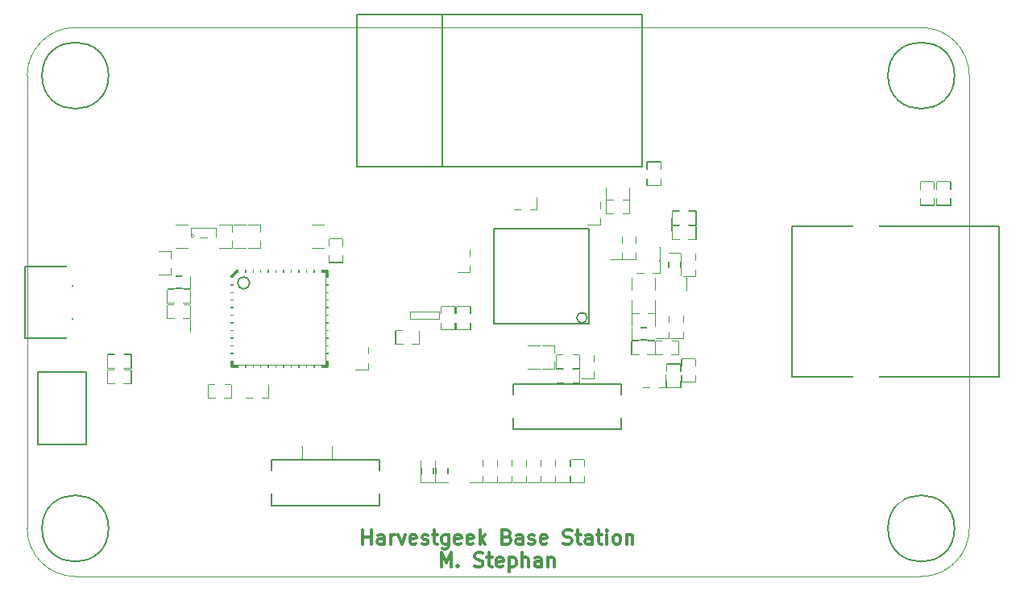
<source format=gto>
G04 (created by PCBNEW (2013-07-07 BZR 4022)-stable) date 04/07/2014 12:13:18*
%MOIN*%
G04 Gerber Fmt 3.4, Leading zero omitted, Abs format*
%FSLAX34Y34*%
G01*
G70*
G90*
G04 APERTURE LIST*
%ADD10C,0.00590551*%
%ADD11C,0.00393701*%
%ADD12C,0.00787402*%
%ADD13C,0.011811*%
%ADD14C,0.012*%
%ADD15C,0.008*%
%ADD16C,0.0047*%
%ADD17C,0.0031*%
%ADD18C,0.005*%
%ADD19R,0.0262362X0.0702362*%
%ADD20R,0.0702362X0.0262362*%
%ADD21R,0.0462362X0.0462362*%
%ADD22R,0.0417362X0.0496362*%
%ADD23R,0.0352362X0.0552362*%
%ADD24R,0.0552362X0.0352362*%
%ADD25C,0.0811024*%
%ADD26R,0.0653543X0.0192913*%
%ADD27R,0.0192913X0.0653543*%
%ADD28R,0.230709X0.0968504*%
%ADD29C,0.167717*%
%ADD30C,0.0702362*%
%ADD31C,0.108661*%
%ADD32C,0.0771654*%
%ADD33R,0.0791339X0.0259843*%
%ADD34R,0.0677165X0.0889764*%
%ADD35R,0.134252X0.0614173*%
%ADD36R,0.108661X0.0663386*%
%ADD37R,0.0702362X0.0702362*%
%ADD38C,0.0889764*%
%ADD39C,0.0496063*%
%ADD40O,0.0889764X0.132283*%
%ADD41C,0.266142*%
G04 APERTURE END LIST*
G54D10*
G54D11*
X35531Y-48472D02*
X35531Y-29722D01*
X35531Y-48472D02*
G75*
G03X37518Y-50460I1987J0D01*
G74*
G01*
X72520Y-50460D02*
X37518Y-50460D01*
X72520Y-50460D02*
G75*
G03X74507Y-48472I0J1987D01*
G74*
G01*
X74507Y-29722D02*
X74507Y-48472D01*
X74507Y-29722D02*
G75*
G03X72520Y-27735I-1987J0D01*
G74*
G01*
X37518Y-27735D02*
X72520Y-27735D01*
X37518Y-27735D02*
G75*
G03X35531Y-29722I0J-1987D01*
G74*
G01*
G54D12*
X58696Y-39748D02*
G75*
G03X58696Y-39748I-212J0D01*
G74*
G01*
G54D13*
X49422Y-49123D02*
X49422Y-48533D01*
X49422Y-48814D02*
X49760Y-48814D01*
X49760Y-49123D02*
X49760Y-48533D01*
X50294Y-49123D02*
X50294Y-48814D01*
X50266Y-48758D01*
X50210Y-48730D01*
X50097Y-48730D01*
X50041Y-48758D01*
X50294Y-49095D02*
X50238Y-49123D01*
X50097Y-49123D01*
X50041Y-49095D01*
X50013Y-49039D01*
X50013Y-48983D01*
X50041Y-48927D01*
X50097Y-48898D01*
X50238Y-48898D01*
X50294Y-48870D01*
X50575Y-49123D02*
X50575Y-48730D01*
X50575Y-48842D02*
X50603Y-48786D01*
X50632Y-48758D01*
X50688Y-48730D01*
X50744Y-48730D01*
X50885Y-48730D02*
X51025Y-49123D01*
X51166Y-48730D01*
X51616Y-49095D02*
X51560Y-49123D01*
X51447Y-49123D01*
X51391Y-49095D01*
X51363Y-49039D01*
X51363Y-48814D01*
X51391Y-48758D01*
X51447Y-48730D01*
X51560Y-48730D01*
X51616Y-48758D01*
X51644Y-48814D01*
X51644Y-48870D01*
X51363Y-48927D01*
X51869Y-49095D02*
X51925Y-49123D01*
X52038Y-49123D01*
X52094Y-49095D01*
X52122Y-49039D01*
X52122Y-49011D01*
X52094Y-48955D01*
X52038Y-48927D01*
X51953Y-48927D01*
X51897Y-48898D01*
X51869Y-48842D01*
X51869Y-48814D01*
X51897Y-48758D01*
X51953Y-48730D01*
X52038Y-48730D01*
X52094Y-48758D01*
X52291Y-48730D02*
X52516Y-48730D01*
X52375Y-48533D02*
X52375Y-49039D01*
X52403Y-49095D01*
X52459Y-49123D01*
X52516Y-49123D01*
X52966Y-48730D02*
X52966Y-49208D01*
X52937Y-49264D01*
X52909Y-49292D01*
X52853Y-49320D01*
X52769Y-49320D01*
X52712Y-49292D01*
X52966Y-49095D02*
X52909Y-49123D01*
X52797Y-49123D01*
X52741Y-49095D01*
X52712Y-49067D01*
X52684Y-49011D01*
X52684Y-48842D01*
X52712Y-48786D01*
X52741Y-48758D01*
X52797Y-48730D01*
X52909Y-48730D01*
X52966Y-48758D01*
X53472Y-49095D02*
X53416Y-49123D01*
X53303Y-49123D01*
X53247Y-49095D01*
X53219Y-49039D01*
X53219Y-48814D01*
X53247Y-48758D01*
X53303Y-48730D01*
X53416Y-48730D01*
X53472Y-48758D01*
X53500Y-48814D01*
X53500Y-48870D01*
X53219Y-48927D01*
X53978Y-49095D02*
X53922Y-49123D01*
X53809Y-49123D01*
X53753Y-49095D01*
X53725Y-49039D01*
X53725Y-48814D01*
X53753Y-48758D01*
X53809Y-48730D01*
X53922Y-48730D01*
X53978Y-48758D01*
X54006Y-48814D01*
X54006Y-48870D01*
X53725Y-48927D01*
X54259Y-49123D02*
X54259Y-48533D01*
X54315Y-48898D02*
X54484Y-49123D01*
X54484Y-48730D02*
X54259Y-48955D01*
X55384Y-48814D02*
X55468Y-48842D01*
X55497Y-48870D01*
X55525Y-48927D01*
X55525Y-49011D01*
X55497Y-49067D01*
X55468Y-49095D01*
X55412Y-49123D01*
X55187Y-49123D01*
X55187Y-48533D01*
X55384Y-48533D01*
X55440Y-48561D01*
X55468Y-48589D01*
X55497Y-48645D01*
X55497Y-48702D01*
X55468Y-48758D01*
X55440Y-48786D01*
X55384Y-48814D01*
X55187Y-48814D01*
X56031Y-49123D02*
X56031Y-48814D01*
X56003Y-48758D01*
X55946Y-48730D01*
X55834Y-48730D01*
X55778Y-48758D01*
X56031Y-49095D02*
X55975Y-49123D01*
X55834Y-49123D01*
X55778Y-49095D01*
X55750Y-49039D01*
X55750Y-48983D01*
X55778Y-48927D01*
X55834Y-48898D01*
X55975Y-48898D01*
X56031Y-48870D01*
X56284Y-49095D02*
X56340Y-49123D01*
X56453Y-49123D01*
X56509Y-49095D01*
X56537Y-49039D01*
X56537Y-49011D01*
X56509Y-48955D01*
X56453Y-48927D01*
X56368Y-48927D01*
X56312Y-48898D01*
X56284Y-48842D01*
X56284Y-48814D01*
X56312Y-48758D01*
X56368Y-48730D01*
X56453Y-48730D01*
X56509Y-48758D01*
X57015Y-49095D02*
X56959Y-49123D01*
X56846Y-49123D01*
X56790Y-49095D01*
X56762Y-49039D01*
X56762Y-48814D01*
X56790Y-48758D01*
X56846Y-48730D01*
X56959Y-48730D01*
X57015Y-48758D01*
X57043Y-48814D01*
X57043Y-48870D01*
X56762Y-48927D01*
X57718Y-49095D02*
X57802Y-49123D01*
X57943Y-49123D01*
X57999Y-49095D01*
X58027Y-49067D01*
X58056Y-49011D01*
X58056Y-48955D01*
X58027Y-48898D01*
X57999Y-48870D01*
X57943Y-48842D01*
X57831Y-48814D01*
X57774Y-48786D01*
X57746Y-48758D01*
X57718Y-48702D01*
X57718Y-48645D01*
X57746Y-48589D01*
X57774Y-48561D01*
X57831Y-48533D01*
X57971Y-48533D01*
X58056Y-48561D01*
X58224Y-48730D02*
X58449Y-48730D01*
X58309Y-48533D02*
X58309Y-49039D01*
X58337Y-49095D01*
X58393Y-49123D01*
X58449Y-49123D01*
X58899Y-49123D02*
X58899Y-48814D01*
X58871Y-48758D01*
X58815Y-48730D01*
X58702Y-48730D01*
X58646Y-48758D01*
X58899Y-49095D02*
X58843Y-49123D01*
X58702Y-49123D01*
X58646Y-49095D01*
X58618Y-49039D01*
X58618Y-48983D01*
X58646Y-48927D01*
X58702Y-48898D01*
X58843Y-48898D01*
X58899Y-48870D01*
X59096Y-48730D02*
X59321Y-48730D01*
X59180Y-48533D02*
X59180Y-49039D01*
X59209Y-49095D01*
X59265Y-49123D01*
X59321Y-49123D01*
X59518Y-49123D02*
X59518Y-48730D01*
X59518Y-48533D02*
X59490Y-48561D01*
X59518Y-48589D01*
X59546Y-48561D01*
X59518Y-48533D01*
X59518Y-48589D01*
X59883Y-49123D02*
X59827Y-49095D01*
X59799Y-49067D01*
X59771Y-49011D01*
X59771Y-48842D01*
X59799Y-48786D01*
X59827Y-48758D01*
X59883Y-48730D01*
X59968Y-48730D01*
X60024Y-48758D01*
X60052Y-48786D01*
X60080Y-48842D01*
X60080Y-49011D01*
X60052Y-49067D01*
X60024Y-49095D01*
X59968Y-49123D01*
X59883Y-49123D01*
X60333Y-48730D02*
X60333Y-49123D01*
X60333Y-48786D02*
X60362Y-48758D01*
X60418Y-48730D01*
X60502Y-48730D01*
X60558Y-48758D01*
X60587Y-48814D01*
X60587Y-49123D01*
X52670Y-50068D02*
X52670Y-49478D01*
X52867Y-49900D01*
X53064Y-49478D01*
X53064Y-50068D01*
X53345Y-50012D02*
X53373Y-50040D01*
X53345Y-50068D01*
X53317Y-50040D01*
X53345Y-50012D01*
X53345Y-50068D01*
X54048Y-50040D02*
X54133Y-50068D01*
X54273Y-50068D01*
X54329Y-50040D01*
X54358Y-50012D01*
X54386Y-49956D01*
X54386Y-49900D01*
X54358Y-49843D01*
X54329Y-49815D01*
X54273Y-49787D01*
X54161Y-49759D01*
X54105Y-49731D01*
X54076Y-49703D01*
X54048Y-49646D01*
X54048Y-49590D01*
X54076Y-49534D01*
X54105Y-49506D01*
X54161Y-49478D01*
X54301Y-49478D01*
X54386Y-49506D01*
X54554Y-49675D02*
X54779Y-49675D01*
X54639Y-49478D02*
X54639Y-49984D01*
X54667Y-50040D01*
X54723Y-50068D01*
X54779Y-50068D01*
X55201Y-50040D02*
X55145Y-50068D01*
X55033Y-50068D01*
X54976Y-50040D01*
X54948Y-49984D01*
X54948Y-49759D01*
X54976Y-49703D01*
X55033Y-49675D01*
X55145Y-49675D01*
X55201Y-49703D01*
X55229Y-49759D01*
X55229Y-49815D01*
X54948Y-49871D01*
X55482Y-49675D02*
X55482Y-50265D01*
X55482Y-49703D02*
X55539Y-49675D01*
X55651Y-49675D01*
X55707Y-49703D01*
X55736Y-49731D01*
X55764Y-49787D01*
X55764Y-49956D01*
X55736Y-50012D01*
X55707Y-50040D01*
X55651Y-50068D01*
X55539Y-50068D01*
X55482Y-50040D01*
X56017Y-50068D02*
X56017Y-49478D01*
X56270Y-50068D02*
X56270Y-49759D01*
X56242Y-49703D01*
X56186Y-49675D01*
X56101Y-49675D01*
X56045Y-49703D01*
X56017Y-49731D01*
X56804Y-50068D02*
X56804Y-49759D01*
X56776Y-49703D01*
X56720Y-49675D01*
X56607Y-49675D01*
X56551Y-49703D01*
X56804Y-50040D02*
X56748Y-50068D01*
X56607Y-50068D01*
X56551Y-50040D01*
X56523Y-49984D01*
X56523Y-49928D01*
X56551Y-49871D01*
X56607Y-49843D01*
X56748Y-49843D01*
X56804Y-49815D01*
X57085Y-49675D02*
X57085Y-50068D01*
X57085Y-49731D02*
X57114Y-49703D01*
X57170Y-49675D01*
X57254Y-49675D01*
X57310Y-49703D01*
X57338Y-49759D01*
X57338Y-50068D01*
G54D14*
X47954Y-37837D02*
X47954Y-41777D01*
X47954Y-41777D02*
X44014Y-41777D01*
X44014Y-38027D02*
X44014Y-41777D01*
X44204Y-37837D02*
X47954Y-37837D01*
X44014Y-38027D02*
X44204Y-37837D01*
G54D15*
X44734Y-38307D02*
G75*
G03X44734Y-38307I-250J0D01*
G74*
G01*
G54D16*
X52568Y-39799D02*
X51368Y-39799D01*
X51368Y-39799D02*
X51368Y-39499D01*
X51368Y-39499D02*
X52568Y-39499D01*
X52568Y-39499D02*
X52568Y-39799D01*
G54D17*
X42434Y-36362D02*
G75*
G03X42434Y-36362I-62J0D01*
G74*
G01*
X43334Y-36024D02*
X43334Y-36424D01*
X42309Y-36024D02*
X42309Y-36424D01*
X43334Y-36424D02*
X42309Y-36424D01*
X42309Y-36024D02*
X43334Y-36024D01*
G54D18*
X41614Y-39217D02*
X41336Y-39217D01*
X41336Y-39217D02*
X41336Y-39767D01*
X41336Y-39767D02*
X41614Y-39767D01*
X42286Y-39217D02*
X42008Y-39217D01*
X42286Y-39217D02*
X42286Y-39767D01*
X42286Y-39767D02*
X42008Y-39767D01*
X61731Y-33586D02*
X61731Y-33308D01*
X61731Y-33308D02*
X61181Y-33308D01*
X61181Y-33308D02*
X61181Y-33586D01*
X61731Y-34258D02*
X61731Y-33980D01*
X61731Y-34258D02*
X61181Y-34258D01*
X61181Y-34258D02*
X61181Y-33980D01*
X58025Y-46297D02*
X58025Y-46575D01*
X58025Y-46575D02*
X58575Y-46575D01*
X58575Y-46575D02*
X58575Y-46297D01*
X58025Y-45625D02*
X58025Y-45903D01*
X58025Y-45625D02*
X58575Y-45625D01*
X58575Y-45625D02*
X58575Y-45903D01*
X39153Y-41925D02*
X38875Y-41925D01*
X38875Y-41925D02*
X38875Y-42475D01*
X38875Y-42475D02*
X39153Y-42475D01*
X39825Y-41925D02*
X39547Y-41925D01*
X39825Y-41925D02*
X39825Y-42475D01*
X39825Y-42475D02*
X39547Y-42475D01*
X51456Y-40830D02*
X51734Y-40830D01*
X51734Y-40830D02*
X51734Y-40280D01*
X51734Y-40280D02*
X51456Y-40280D01*
X50784Y-40830D02*
X51062Y-40830D01*
X50784Y-40830D02*
X50784Y-40280D01*
X50784Y-40280D02*
X51062Y-40280D01*
X48032Y-37169D02*
X48032Y-37447D01*
X48032Y-37447D02*
X48582Y-37447D01*
X48582Y-37447D02*
X48582Y-37169D01*
X48032Y-36497D02*
X48032Y-36775D01*
X48032Y-36497D02*
X48582Y-36497D01*
X48582Y-36497D02*
X48582Y-36775D01*
X43306Y-42524D02*
X43028Y-42524D01*
X43028Y-42524D02*
X43028Y-43074D01*
X43028Y-43074D02*
X43306Y-43074D01*
X43978Y-42524D02*
X43700Y-42524D01*
X43978Y-42524D02*
X43978Y-43074D01*
X43978Y-43074D02*
X43700Y-43074D01*
X57716Y-41303D02*
X57438Y-41303D01*
X57438Y-41303D02*
X57438Y-41853D01*
X57438Y-41853D02*
X57716Y-41853D01*
X58388Y-41303D02*
X58110Y-41303D01*
X58388Y-41303D02*
X58388Y-41853D01*
X58388Y-41853D02*
X58110Y-41853D01*
X41614Y-38587D02*
X41336Y-38587D01*
X41336Y-38587D02*
X41336Y-39137D01*
X41336Y-39137D02*
X41614Y-39137D01*
X42286Y-38587D02*
X42008Y-38587D01*
X42286Y-38587D02*
X42286Y-39137D01*
X42286Y-39137D02*
X42008Y-39137D01*
X53857Y-39570D02*
X53857Y-39292D01*
X53857Y-39292D02*
X53307Y-39292D01*
X53307Y-39292D02*
X53307Y-39570D01*
X53857Y-40242D02*
X53857Y-39964D01*
X53857Y-40242D02*
X53307Y-40242D01*
X53307Y-40242D02*
X53307Y-39964D01*
X53227Y-39570D02*
X53227Y-39292D01*
X53227Y-39292D02*
X52677Y-39292D01*
X52677Y-39292D02*
X52677Y-39570D01*
X53227Y-40242D02*
X53227Y-39964D01*
X53227Y-40242D02*
X52677Y-40242D01*
X52677Y-40242D02*
X52677Y-39964D01*
X61220Y-41263D02*
X61498Y-41263D01*
X61498Y-41263D02*
X61498Y-40713D01*
X61498Y-40713D02*
X61220Y-40713D01*
X60548Y-41263D02*
X60826Y-41263D01*
X60548Y-41263D02*
X60548Y-40713D01*
X60548Y-40713D02*
X60826Y-40713D01*
X72505Y-34807D02*
X72505Y-35085D01*
X72505Y-35085D02*
X73055Y-35085D01*
X73055Y-35085D02*
X73055Y-34807D01*
X72505Y-34135D02*
X72505Y-34413D01*
X72505Y-34135D02*
X73055Y-34135D01*
X73055Y-34135D02*
X73055Y-34413D01*
X73175Y-34807D02*
X73175Y-35085D01*
X73175Y-35085D02*
X73725Y-35085D01*
X73725Y-35085D02*
X73725Y-34807D01*
X73175Y-34135D02*
X73175Y-34413D01*
X73175Y-34135D02*
X73725Y-34135D01*
X73725Y-34135D02*
X73725Y-34413D01*
G54D16*
X57356Y-45903D02*
X57356Y-45628D01*
X57356Y-46297D02*
X57356Y-46572D01*
X56844Y-45903D02*
X56844Y-45628D01*
X56844Y-46572D02*
X56844Y-46297D01*
X56850Y-45628D02*
X57350Y-45628D01*
X57350Y-46572D02*
X56850Y-46572D01*
X62657Y-39925D02*
X62657Y-39650D01*
X62657Y-40319D02*
X62657Y-40594D01*
X62145Y-39925D02*
X62145Y-39650D01*
X62145Y-40594D02*
X62145Y-40319D01*
X62151Y-39650D02*
X62651Y-39650D01*
X62651Y-40594D02*
X62151Y-40594D01*
X45177Y-36184D02*
X45177Y-35909D01*
X45177Y-36578D02*
X45177Y-36853D01*
X44665Y-36184D02*
X44665Y-35909D01*
X44665Y-36853D02*
X44665Y-36578D01*
X44671Y-35909D02*
X45171Y-35909D01*
X45171Y-36853D02*
X44671Y-36853D01*
X45236Y-43055D02*
X45511Y-43055D01*
X44842Y-43055D02*
X44567Y-43055D01*
X45236Y-42543D02*
X45511Y-42543D01*
X44567Y-42543D02*
X44842Y-42543D01*
X45511Y-42549D02*
X45511Y-43049D01*
X44567Y-43049D02*
X44567Y-42549D01*
X49114Y-41618D02*
X49114Y-41893D01*
X49114Y-41224D02*
X49114Y-40949D01*
X49626Y-41618D02*
X49626Y-41893D01*
X49626Y-40949D02*
X49626Y-41224D01*
X49620Y-41893D02*
X49120Y-41893D01*
X49120Y-40949D02*
X49620Y-40949D01*
X47815Y-36184D02*
X47815Y-35909D01*
X47815Y-36578D02*
X47815Y-36853D01*
X47303Y-36184D02*
X47303Y-35909D01*
X47303Y-36853D02*
X47303Y-36578D01*
X47309Y-35909D02*
X47809Y-35909D01*
X47809Y-36853D02*
X47309Y-36853D01*
X44586Y-36184D02*
X44586Y-35909D01*
X44586Y-36578D02*
X44586Y-36853D01*
X44074Y-36184D02*
X44074Y-35909D01*
X44074Y-36853D02*
X44074Y-36578D01*
X44080Y-35909D02*
X44580Y-35909D01*
X44580Y-36853D02*
X44080Y-36853D01*
X61220Y-40102D02*
X61495Y-40102D01*
X60826Y-40102D02*
X60551Y-40102D01*
X61220Y-39590D02*
X61495Y-39590D01*
X60551Y-39590D02*
X60826Y-39590D01*
X61495Y-39596D02*
X61495Y-40096D01*
X60551Y-40096D02*
X60551Y-39596D01*
X56756Y-45903D02*
X56756Y-45628D01*
X56756Y-46297D02*
X56756Y-46572D01*
X56244Y-45903D02*
X56244Y-45628D01*
X56244Y-46572D02*
X56244Y-46297D01*
X56250Y-45628D02*
X56750Y-45628D01*
X56750Y-46572D02*
X56250Y-46572D01*
X57956Y-45903D02*
X57956Y-45628D01*
X57956Y-46297D02*
X57956Y-46572D01*
X57444Y-45903D02*
X57444Y-45628D01*
X57444Y-46572D02*
X57444Y-46297D01*
X57450Y-45628D02*
X57950Y-45628D01*
X57950Y-46572D02*
X57450Y-46572D01*
X56156Y-45903D02*
X56156Y-45628D01*
X56156Y-46297D02*
X56156Y-46572D01*
X55644Y-45903D02*
X55644Y-45628D01*
X55644Y-46572D02*
X55644Y-46297D01*
X55650Y-45628D02*
X56150Y-45628D01*
X56150Y-46572D02*
X55650Y-46572D01*
X55556Y-45903D02*
X55556Y-45628D01*
X55556Y-46297D02*
X55556Y-46572D01*
X55044Y-45903D02*
X55044Y-45628D01*
X55044Y-46572D02*
X55044Y-46297D01*
X55050Y-45628D02*
X55550Y-45628D01*
X55550Y-46572D02*
X55050Y-46572D01*
X54956Y-45903D02*
X54956Y-45628D01*
X54956Y-46297D02*
X54956Y-46572D01*
X54444Y-45903D02*
X54444Y-45628D01*
X54444Y-46572D02*
X54444Y-46297D01*
X54450Y-45628D02*
X54950Y-45628D01*
X54950Y-46572D02*
X54450Y-46572D01*
X58110Y-42425D02*
X58385Y-42425D01*
X57716Y-42425D02*
X57441Y-42425D01*
X58110Y-41913D02*
X58385Y-41913D01*
X57441Y-41913D02*
X57716Y-41913D01*
X58385Y-41919D02*
X58385Y-42419D01*
X57441Y-42419D02*
X57441Y-41919D01*
X58464Y-41972D02*
X58464Y-42247D01*
X58464Y-41578D02*
X58464Y-41303D01*
X58976Y-41972D02*
X58976Y-42247D01*
X58976Y-41303D02*
X58976Y-41578D01*
X58970Y-42247D02*
X58470Y-42247D01*
X58470Y-41303D02*
X58970Y-41303D01*
X42185Y-36184D02*
X42185Y-35909D01*
X42185Y-36578D02*
X42185Y-36853D01*
X41673Y-36184D02*
X41673Y-35909D01*
X41673Y-36853D02*
X41673Y-36578D01*
X41679Y-35909D02*
X42179Y-35909D01*
X42179Y-36853D02*
X41679Y-36853D01*
X43996Y-36184D02*
X43996Y-35909D01*
X43996Y-36578D02*
X43996Y-36853D01*
X43484Y-36184D02*
X43484Y-35909D01*
X43484Y-36853D02*
X43484Y-36578D01*
X43490Y-35909D02*
X43990Y-35909D01*
X43990Y-36853D02*
X43490Y-36853D01*
X60157Y-34866D02*
X60432Y-34866D01*
X59763Y-34866D02*
X59488Y-34866D01*
X60157Y-34354D02*
X60432Y-34354D01*
X59488Y-34354D02*
X59763Y-34354D01*
X60432Y-34360D02*
X60432Y-34860D01*
X59488Y-34860D02*
X59488Y-34360D01*
X60157Y-35417D02*
X60432Y-35417D01*
X59763Y-35417D02*
X59488Y-35417D01*
X60157Y-34905D02*
X60432Y-34905D01*
X59488Y-34905D02*
X59763Y-34905D01*
X60432Y-34911D02*
X60432Y-35411D01*
X59488Y-35411D02*
X59488Y-34911D01*
X47480Y-45062D02*
X47205Y-45062D01*
X47874Y-45062D02*
X48149Y-45062D01*
X47480Y-45574D02*
X47205Y-45574D01*
X48149Y-45574D02*
X47874Y-45574D01*
X47205Y-45568D02*
X47205Y-45068D01*
X48149Y-45068D02*
X48149Y-45568D01*
X61220Y-39551D02*
X61495Y-39551D01*
X60826Y-39551D02*
X60551Y-39551D01*
X61220Y-39039D02*
X61495Y-39039D01*
X60551Y-39039D02*
X60826Y-39039D01*
X61495Y-39045D02*
X61495Y-39545D01*
X60551Y-39545D02*
X60551Y-39045D01*
X62519Y-38606D02*
X62794Y-38606D01*
X62125Y-38606D02*
X61850Y-38606D01*
X62519Y-38094D02*
X62794Y-38094D01*
X61850Y-38094D02*
X62125Y-38094D01*
X62794Y-38100D02*
X62794Y-38600D01*
X61850Y-38600D02*
X61850Y-38100D01*
X61220Y-38606D02*
X61495Y-38606D01*
X60826Y-38606D02*
X60551Y-38606D01*
X61220Y-38094D02*
X61495Y-38094D01*
X60551Y-38094D02*
X60826Y-38094D01*
X61495Y-38100D02*
X61495Y-38600D01*
X60551Y-38600D02*
X60551Y-38100D01*
X56830Y-41578D02*
X56830Y-41853D01*
X56830Y-41184D02*
X56830Y-40909D01*
X57342Y-41578D02*
X57342Y-41853D01*
X57342Y-40909D02*
X57342Y-41184D01*
X57336Y-41853D02*
X56836Y-41853D01*
X56836Y-40909D02*
X57336Y-40909D01*
X62067Y-39925D02*
X62067Y-39650D01*
X62067Y-40319D02*
X62067Y-40594D01*
X61555Y-39925D02*
X61555Y-39650D01*
X61555Y-40594D02*
X61555Y-40319D01*
X61561Y-39650D02*
X62061Y-39650D01*
X62061Y-40594D02*
X61561Y-40594D01*
X60689Y-36657D02*
X60689Y-36382D01*
X60689Y-37051D02*
X60689Y-37326D01*
X60177Y-36657D02*
X60177Y-36382D01*
X60177Y-37326D02*
X60177Y-37051D01*
X60183Y-36382D02*
X60683Y-36382D01*
X60683Y-37326D02*
X60183Y-37326D01*
X53326Y-37602D02*
X53326Y-37877D01*
X53326Y-37208D02*
X53326Y-36933D01*
X53838Y-37602D02*
X53838Y-37877D01*
X53838Y-36933D02*
X53838Y-37208D01*
X53832Y-37877D02*
X53332Y-37877D01*
X53332Y-36933D02*
X53832Y-36933D01*
X59232Y-35240D02*
X59232Y-34965D01*
X59232Y-35634D02*
X59232Y-35909D01*
X58720Y-35240D02*
X58720Y-34965D01*
X58720Y-35909D02*
X58720Y-35634D01*
X58726Y-34965D02*
X59226Y-34965D01*
X59226Y-35909D02*
X58726Y-35909D01*
X62657Y-37759D02*
X62657Y-38034D01*
X62657Y-37365D02*
X62657Y-37090D01*
X63169Y-37759D02*
X63169Y-38034D01*
X63169Y-37090D02*
X63169Y-37365D01*
X63163Y-38034D02*
X62663Y-38034D01*
X62663Y-37090D02*
X63163Y-37090D01*
X61417Y-37346D02*
X61692Y-37346D01*
X61023Y-37346D02*
X60748Y-37346D01*
X61417Y-36834D02*
X61692Y-36834D01*
X60748Y-36834D02*
X61023Y-36834D01*
X61692Y-36840D02*
X61692Y-37340D01*
X60748Y-37340D02*
X60748Y-36840D01*
X61417Y-37897D02*
X61692Y-37897D01*
X61023Y-37897D02*
X60748Y-37897D01*
X61417Y-37385D02*
X61692Y-37385D01*
X60748Y-37385D02*
X61023Y-37385D01*
X61692Y-37391D02*
X61692Y-37891D01*
X60748Y-37891D02*
X60748Y-37391D01*
X60137Y-36657D02*
X60137Y-36382D01*
X60137Y-37051D02*
X60137Y-37326D01*
X59625Y-36657D02*
X59625Y-36382D01*
X59625Y-37326D02*
X59625Y-37051D01*
X59631Y-36382D02*
X60131Y-36382D01*
X60131Y-37326D02*
X59631Y-37326D01*
X55944Y-34747D02*
X55669Y-34747D01*
X56338Y-34747D02*
X56613Y-34747D01*
X55944Y-35259D02*
X55669Y-35259D01*
X56613Y-35259D02*
X56338Y-35259D01*
X55669Y-35253D02*
X55669Y-34753D01*
X56613Y-34753D02*
X56613Y-35253D01*
X56240Y-41578D02*
X56240Y-41853D01*
X56240Y-41184D02*
X56240Y-40909D01*
X56752Y-41578D02*
X56752Y-41853D01*
X56752Y-40909D02*
X56752Y-41184D01*
X56746Y-41853D02*
X56246Y-41853D01*
X56246Y-40909D02*
X56746Y-40909D01*
X41614Y-39826D02*
X41339Y-39826D01*
X42008Y-39826D02*
X42283Y-39826D01*
X41614Y-40338D02*
X41339Y-40338D01*
X42283Y-40338D02*
X42008Y-40338D01*
X41339Y-40332D02*
X41339Y-39832D01*
X42283Y-39832D02*
X42283Y-40332D01*
X46614Y-45574D02*
X46889Y-45574D01*
X46220Y-45574D02*
X45945Y-45574D01*
X46614Y-45062D02*
X46889Y-45062D01*
X45945Y-45062D02*
X46220Y-45062D01*
X46889Y-45068D02*
X46889Y-45568D01*
X45945Y-45568D02*
X45945Y-45068D01*
G54D18*
X62572Y-37112D02*
X62572Y-38012D01*
X62572Y-38012D02*
X62072Y-38012D01*
X62072Y-38012D02*
X62072Y-37112D01*
X62072Y-37112D02*
X62572Y-37112D01*
X61473Y-40647D02*
X60573Y-40647D01*
X60573Y-40647D02*
X60573Y-40147D01*
X60573Y-40147D02*
X61473Y-40147D01*
X61473Y-40147D02*
X61473Y-40647D01*
G54D10*
X52715Y-27205D02*
X52715Y-33504D01*
X60982Y-33504D02*
X60982Y-27205D01*
X60982Y-27205D02*
X49171Y-27205D01*
X49171Y-27205D02*
X49171Y-33504D01*
X49171Y-33504D02*
X60982Y-33504D01*
X58779Y-40003D02*
X54842Y-40003D01*
X54842Y-40003D02*
X54842Y-36066D01*
X54842Y-36066D02*
X58779Y-36066D01*
X58779Y-36066D02*
X58779Y-40003D01*
X45629Y-45633D02*
X50118Y-45633D01*
X50118Y-45633D02*
X50118Y-47523D01*
X50118Y-47523D02*
X45629Y-47523D01*
X45629Y-47523D02*
X45629Y-45633D01*
X55629Y-42484D02*
X60118Y-42484D01*
X60118Y-42484D02*
X60118Y-44374D01*
X60118Y-44374D02*
X55629Y-44374D01*
X55629Y-44374D02*
X55629Y-42484D01*
X75740Y-42184D02*
X75740Y-35963D01*
X75740Y-35963D02*
X67157Y-35963D01*
X67157Y-35963D02*
X67157Y-42184D01*
X67157Y-42184D02*
X75740Y-42184D01*
X35444Y-37637D02*
X35444Y-40590D01*
X35444Y-40590D02*
X37412Y-40590D01*
X37412Y-40590D02*
X37412Y-37637D01*
X37412Y-37637D02*
X35444Y-37637D01*
G54D15*
X35979Y-44999D02*
X35979Y-41999D01*
X37979Y-41999D02*
X37979Y-44999D01*
X37979Y-44999D02*
X35979Y-44999D01*
X35979Y-41999D02*
X37979Y-41999D01*
G54D16*
X53844Y-46297D02*
X53844Y-46572D01*
X53844Y-45903D02*
X53844Y-45628D01*
X54356Y-46297D02*
X54356Y-46572D01*
X54356Y-45628D02*
X54356Y-45903D01*
X54350Y-46572D02*
X53850Y-46572D01*
X53850Y-45628D02*
X54350Y-45628D01*
G54D18*
X62204Y-41263D02*
X62482Y-41263D01*
X62482Y-41263D02*
X62482Y-40713D01*
X62482Y-40713D02*
X62204Y-40713D01*
X61532Y-41263D02*
X61810Y-41263D01*
X61532Y-41263D02*
X61532Y-40713D01*
X61532Y-40713D02*
X61810Y-40713D01*
G54D16*
X41476Y-37287D02*
X41476Y-37012D01*
X41476Y-37681D02*
X41476Y-37956D01*
X40964Y-37287D02*
X40964Y-37012D01*
X40964Y-37956D02*
X40964Y-37681D01*
X40970Y-37012D02*
X41470Y-37012D01*
X41470Y-37956D02*
X40970Y-37956D01*
G54D18*
X41361Y-38021D02*
X42261Y-38021D01*
X42261Y-38021D02*
X42261Y-38521D01*
X42261Y-38521D02*
X41361Y-38521D01*
X41361Y-38521D02*
X41361Y-38021D01*
X62519Y-35949D02*
X62241Y-35949D01*
X62241Y-35949D02*
X62241Y-36499D01*
X62241Y-36499D02*
X62519Y-36499D01*
X63191Y-35949D02*
X62913Y-35949D01*
X63191Y-35949D02*
X63191Y-36499D01*
X63191Y-36499D02*
X62913Y-36499D01*
X62519Y-35339D02*
X62241Y-35339D01*
X62241Y-35339D02*
X62241Y-35889D01*
X62241Y-35889D02*
X62519Y-35889D01*
X63191Y-35339D02*
X62913Y-35339D01*
X63191Y-35339D02*
X63191Y-35889D01*
X63191Y-35889D02*
X62913Y-35889D01*
X62008Y-42346D02*
X62008Y-42624D01*
X62008Y-42624D02*
X62558Y-42624D01*
X62558Y-42624D02*
X62558Y-42346D01*
X62008Y-41674D02*
X62008Y-41952D01*
X62008Y-41674D02*
X62558Y-41674D01*
X62558Y-41674D02*
X62558Y-41952D01*
X62618Y-42130D02*
X62618Y-42408D01*
X62618Y-42408D02*
X63168Y-42408D01*
X63168Y-42408D02*
X63168Y-42130D01*
X62618Y-41458D02*
X62618Y-41736D01*
X62618Y-41458D02*
X63168Y-41458D01*
X63168Y-41458D02*
X63168Y-41736D01*
X39153Y-41275D02*
X38875Y-41275D01*
X38875Y-41275D02*
X38875Y-41825D01*
X38875Y-41825D02*
X39153Y-41825D01*
X39825Y-41275D02*
X39547Y-41275D01*
X39825Y-41275D02*
X39825Y-41825D01*
X39825Y-41825D02*
X39547Y-41825D01*
G54D16*
X61515Y-35633D02*
X61240Y-35633D01*
X61909Y-35633D02*
X62184Y-35633D01*
X61515Y-36145D02*
X61240Y-36145D01*
X62184Y-36145D02*
X61909Y-36145D01*
X61240Y-36139D02*
X61240Y-35639D01*
X62184Y-35639D02*
X62184Y-36139D01*
X61279Y-42110D02*
X61004Y-42110D01*
X61673Y-42110D02*
X61948Y-42110D01*
X61279Y-42622D02*
X61004Y-42622D01*
X61948Y-42622D02*
X61673Y-42622D01*
X61004Y-42616D02*
X61004Y-42116D01*
X61948Y-42116D02*
X61948Y-42616D01*
G54D18*
X52450Y-46550D02*
X52450Y-45650D01*
X52450Y-45650D02*
X52950Y-45650D01*
X52950Y-45650D02*
X52950Y-46550D01*
X52950Y-46550D02*
X52450Y-46550D01*
X51850Y-46550D02*
X51850Y-45650D01*
X51850Y-45650D02*
X52350Y-45650D01*
X52350Y-45650D02*
X52350Y-46550D01*
X52350Y-46550D02*
X51850Y-46550D01*
G54D10*
X73897Y-29723D02*
G75*
G03X73897Y-29723I-1377J0D01*
G74*
G01*
X38897Y-29723D02*
G75*
G03X38897Y-29723I-1377J0D01*
G74*
G01*
X38897Y-48473D02*
G75*
G03X38897Y-48473I-1377J0D01*
G74*
G01*
X73897Y-48473D02*
G75*
G03X73897Y-48473I-1377J0D01*
G74*
G01*
%LPC*%
G54D19*
X45984Y-37557D03*
X45669Y-37557D03*
X45354Y-37557D03*
X45039Y-37557D03*
X44724Y-37557D03*
X44409Y-37557D03*
X46299Y-37557D03*
X46614Y-37557D03*
X46929Y-37557D03*
X47244Y-37557D03*
X47559Y-37557D03*
X45984Y-42057D03*
X45669Y-42057D03*
X45354Y-42057D03*
X45039Y-42057D03*
X44724Y-42057D03*
X44409Y-42057D03*
X46299Y-42057D03*
X46614Y-42057D03*
X46929Y-42057D03*
X47244Y-42057D03*
X47559Y-42057D03*
G54D20*
X43734Y-39807D03*
X48234Y-39807D03*
X43734Y-40122D03*
X48234Y-40122D03*
X48234Y-40437D03*
X43734Y-40437D03*
X43734Y-40752D03*
X48234Y-40752D03*
X48234Y-41067D03*
X43734Y-41067D03*
X43734Y-41382D03*
X48234Y-41382D03*
X48234Y-39492D03*
X43734Y-39492D03*
X43734Y-39177D03*
X48234Y-39177D03*
X48234Y-38862D03*
X43734Y-38862D03*
X43734Y-38547D03*
X48234Y-38547D03*
X48234Y-38232D03*
X43734Y-38232D03*
G54D21*
X52318Y-40049D03*
X51618Y-40049D03*
X51968Y-39249D03*
G54D22*
X42834Y-35791D03*
X43209Y-36657D03*
X42459Y-36657D03*
G54D23*
X41511Y-39492D03*
X42111Y-39492D03*
G54D24*
X61456Y-33483D03*
X61456Y-34083D03*
X58300Y-46400D03*
X58300Y-45800D03*
G54D23*
X39050Y-42200D03*
X39650Y-42200D03*
X51559Y-40555D03*
X50959Y-40555D03*
G54D24*
X48307Y-37272D03*
X48307Y-36672D03*
G54D23*
X43203Y-42799D03*
X43803Y-42799D03*
X57613Y-41578D03*
X58213Y-41578D03*
X41511Y-38862D03*
X42111Y-38862D03*
G54D24*
X53582Y-39467D03*
X53582Y-40067D03*
X52952Y-39467D03*
X52952Y-40067D03*
G54D23*
X61323Y-40988D03*
X60723Y-40988D03*
G54D24*
X72780Y-34910D03*
X72780Y-34310D03*
X73450Y-34910D03*
X73450Y-34310D03*
X57100Y-46400D03*
X57100Y-45800D03*
X62401Y-40422D03*
X62401Y-39822D03*
X44921Y-36681D03*
X44921Y-36081D03*
G54D23*
X44739Y-42799D03*
X45339Y-42799D03*
G54D24*
X49370Y-41121D03*
X49370Y-41721D03*
X47559Y-36681D03*
X47559Y-36081D03*
X44330Y-36681D03*
X44330Y-36081D03*
G54D23*
X60723Y-39846D03*
X61323Y-39846D03*
G54D24*
X56500Y-46400D03*
X56500Y-45800D03*
X57700Y-46400D03*
X57700Y-45800D03*
X55900Y-46400D03*
X55900Y-45800D03*
X55300Y-46400D03*
X55300Y-45800D03*
X54700Y-46400D03*
X54700Y-45800D03*
G54D23*
X57613Y-42169D03*
X58213Y-42169D03*
G54D24*
X58720Y-41475D03*
X58720Y-42075D03*
X41929Y-36681D03*
X41929Y-36081D03*
X43740Y-36681D03*
X43740Y-36081D03*
G54D23*
X59660Y-34610D03*
X60260Y-34610D03*
X59660Y-35161D03*
X60260Y-35161D03*
X47977Y-45318D03*
X47377Y-45318D03*
X60723Y-39295D03*
X61323Y-39295D03*
X62022Y-38350D03*
X62622Y-38350D03*
X60723Y-38350D03*
X61323Y-38350D03*
G54D24*
X57086Y-41081D03*
X57086Y-41681D03*
X61811Y-40422D03*
X61811Y-39822D03*
X60433Y-37154D03*
X60433Y-36554D03*
X53582Y-37105D03*
X53582Y-37705D03*
X58976Y-35737D03*
X58976Y-35137D03*
X62913Y-37262D03*
X62913Y-37862D03*
G54D23*
X60920Y-37090D03*
X61520Y-37090D03*
X60920Y-37641D03*
X61520Y-37641D03*
G54D24*
X59881Y-37154D03*
X59881Y-36554D03*
G54D23*
X56441Y-35003D03*
X55841Y-35003D03*
G54D24*
X56496Y-41081D03*
X56496Y-41681D03*
G54D23*
X42111Y-40082D03*
X41511Y-40082D03*
X46117Y-45318D03*
X46717Y-45318D03*
G54D24*
X62322Y-37262D03*
X62322Y-37862D03*
G54D23*
X61323Y-40397D03*
X60723Y-40397D03*
G54D25*
X60286Y-32808D03*
X59286Y-32808D03*
X60286Y-31808D03*
X59286Y-31808D03*
X60286Y-30808D03*
X59286Y-30808D03*
X60286Y-29808D03*
X59286Y-29808D03*
G54D26*
X59173Y-39531D03*
X59173Y-39374D03*
X59173Y-39216D03*
X59173Y-39059D03*
X59173Y-38901D03*
X59173Y-38744D03*
X59173Y-38586D03*
X59173Y-38429D03*
X59173Y-38271D03*
X59173Y-38114D03*
X59173Y-37956D03*
X59173Y-37799D03*
X59173Y-37641D03*
X59173Y-37484D03*
X59173Y-37326D03*
X59173Y-37169D03*
X59173Y-37011D03*
X59173Y-36854D03*
X59173Y-36696D03*
X59173Y-36539D03*
G54D27*
X58307Y-35673D03*
X58149Y-35673D03*
X57992Y-35673D03*
X57834Y-35673D03*
X57677Y-35673D03*
X57519Y-35673D03*
X57362Y-35673D03*
X57204Y-35673D03*
X57047Y-35673D03*
X56889Y-35673D03*
X56732Y-35673D03*
X56574Y-35673D03*
X56417Y-35673D03*
X56259Y-35673D03*
X56102Y-35673D03*
X55944Y-35673D03*
X55787Y-35673D03*
X55629Y-35673D03*
X55472Y-35673D03*
X55314Y-35673D03*
G54D26*
X54448Y-36539D03*
X54448Y-36696D03*
X54448Y-36854D03*
X54448Y-37011D03*
X54448Y-37169D03*
X54448Y-37326D03*
X54448Y-37484D03*
X54448Y-37641D03*
X54448Y-37799D03*
X54448Y-37956D03*
X54448Y-38114D03*
X54448Y-38271D03*
X54448Y-38429D03*
X54448Y-38586D03*
X54448Y-38744D03*
X54448Y-38901D03*
X54448Y-39059D03*
X54448Y-39216D03*
X54448Y-39374D03*
X54448Y-39531D03*
G54D27*
X55314Y-40397D03*
X55472Y-40397D03*
X55629Y-40397D03*
X55787Y-40397D03*
X55944Y-40397D03*
X56102Y-40397D03*
X56259Y-40397D03*
X56417Y-40397D03*
X56574Y-40397D03*
X56732Y-40397D03*
X56889Y-40397D03*
X57047Y-40397D03*
X57204Y-40397D03*
X57362Y-40397D03*
X57519Y-40397D03*
X57677Y-40397D03*
X57834Y-40397D03*
X57992Y-40397D03*
X58149Y-40397D03*
X58307Y-40397D03*
G54D28*
X46003Y-46578D03*
X49744Y-46578D03*
X56003Y-43429D03*
X59744Y-43429D03*
G54D29*
X71449Y-36824D03*
X71449Y-41324D03*
G54D30*
X68949Y-40824D03*
X67949Y-40324D03*
X68949Y-39824D03*
X67949Y-39324D03*
X68949Y-38824D03*
X67949Y-38324D03*
X68949Y-37824D03*
G54D31*
X70248Y-36012D03*
X70248Y-42135D03*
G54D30*
X67949Y-37324D03*
G54D32*
X72779Y-36583D03*
X73378Y-37583D03*
X72779Y-40564D03*
X73378Y-41564D03*
G54D33*
X37422Y-38602D03*
X37422Y-38858D03*
X37422Y-39114D03*
X37422Y-39369D03*
X37422Y-39625D03*
G54D34*
X37503Y-37972D03*
X37503Y-40255D03*
G54D35*
X36497Y-38041D03*
X36497Y-40186D03*
G54D36*
X36113Y-38735D03*
X36113Y-39492D03*
G54D37*
X36479Y-42499D03*
G54D30*
X37479Y-42499D03*
X36479Y-43499D03*
X37479Y-43499D03*
X36479Y-44499D03*
X37479Y-44499D03*
G54D24*
X54100Y-45800D03*
X54100Y-46400D03*
G54D23*
X62307Y-40988D03*
X61707Y-40988D03*
G54D24*
X41220Y-37784D03*
X41220Y-37184D03*
G54D23*
X41511Y-38271D03*
X42111Y-38271D03*
X62416Y-36224D03*
X63016Y-36224D03*
X62416Y-35614D03*
X63016Y-35614D03*
G54D24*
X62283Y-42449D03*
X62283Y-41849D03*
X62893Y-42233D03*
X62893Y-41633D03*
G54D23*
X39050Y-41550D03*
X39650Y-41550D03*
X62012Y-35889D03*
X61412Y-35889D03*
X61776Y-42366D03*
X61176Y-42366D03*
G54D38*
X71437Y-46997D03*
X71437Y-45225D03*
X68878Y-45225D03*
X68878Y-46997D03*
G54D24*
X52700Y-46400D03*
X52700Y-45800D03*
X52100Y-46400D03*
X52100Y-45800D03*
G54D39*
X58019Y-47110D03*
G54D40*
X39665Y-43330D03*
X39665Y-37425D03*
G54D39*
X57519Y-47110D03*
X57019Y-47110D03*
X56519Y-47110D03*
X56019Y-47110D03*
X55519Y-47110D03*
X55019Y-47110D03*
X54519Y-47110D03*
X54019Y-47110D03*
X53519Y-47110D03*
X53019Y-47110D03*
X52519Y-47110D03*
X52019Y-47110D03*
G54D41*
X72519Y-29723D03*
X37519Y-29723D03*
X37519Y-48473D03*
X72519Y-48473D03*
M02*

</source>
